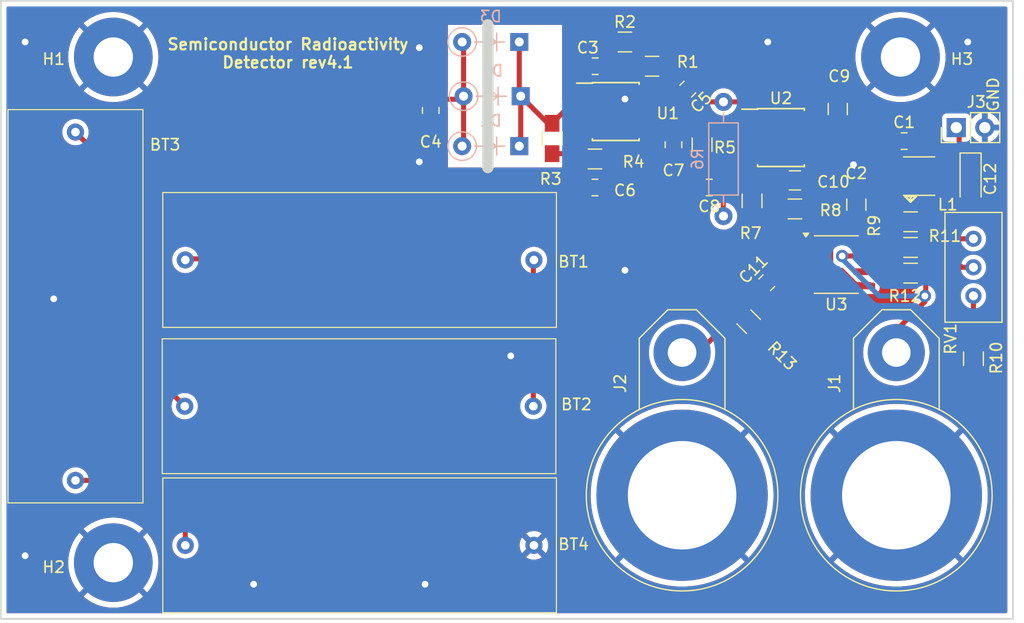
<source format=kicad_pcb>
(kicad_pcb (version 20240108) (generator "pcbnew") (generator_version "8.0")
  (layers (0 "F.Cu" signal) (31 "B.Cu" signal) (34 "B.Paste" user) (35 "F.Paste" user) (36 "B.SilkS" user "B.Silkscreen") (37 "F.SilkS" user "F.Silkscreen") (38 "B.Mask" user) (39 "F.Mask" user) (44 "Edge.Cuts" user))
  (net 0 "")
  (net 1 "GND")
  (net 2 "Net-(BT1--)")
  (net 3 "Net-(BT1-+)")
  (net 4 "Net-(BT2-+)")
  (net 5 "Net-(BT3-+)")
  (net 6 "Net-(U1-+)")
  (net 7 "Net-(C6-Pad2)")
  (net 8 "Net-(C6-Pad1)")
  (net 9 "Net-(C7-Pad1)")
  (net 10 "Net-(U1-V+)")
  (net 11 "Net-(U2-+)")
  (net 12 "Net-(U2--)")
  (net 13 "Net-(J2-In)")
  (net 14 "Net-(D1-K)")
  (net 15 "Net-(J3-Pin_1)")
  (net 16 "Net-(J1-In)")
  (net 23 "Net-(U3A-+)")
  (net 24 "Net-(U3A--)")
  (net 25 "Net-(U3B--)")
  (net 26 "Net-(R9-Pad2)")
  (net 27 "Net-(R10-Pad1)")
  (net 28 "Net-(R11-Pad2)")
  (footprint "Connector_Coaxial:BNC_PanelMountable_Vertical" (layer "F.Cu") (at 214.63 101.3 90)
    (property "Reference" "J1" (at -2.75 -5.5 90) (layer "F.SilkS"))
    (property "Value" "Conn_Coaxial")
    (fp_line (start 1.27 -3.81) (end -5.08 -3.81) (stroke (width 0.12)) (layer "F.SilkS"))
    (fp_line (start 3.81 -1.27) (end 1.27 -3.81) (stroke (width 0.12)) (layer "F.SilkS"))
    (fp_line (start 3.81 1.27) (end 3.81 -1.27) (stroke (width 0.12)) (layer "F.SilkS"))
    (fp_line (start 1.27 3.81) (end 3.81 1.27) (stroke (width 0.12)) (layer "F.SilkS"))
    (fp_line (start -5.08 3.81) (end 1.27 3.81) (stroke (width 0.12)) (layer "F.SilkS"))
    (fp_circle (center -12.7 0) (end -5.08 3.81) (stroke (width 0.12)) (fill none) (layer "F.SilkS"))
    (pad "1" thru_hole circle (at 0 0 90) (size 5.08 5.08) (drill 2.54) (layers "*.Cu" "*.Mask") (net 16 "Net-(J1-In)"))
    (pad "2" thru_hole circle (at -12.7 0 90) (size 15.24 15.24) (drill 9.65) (layers "*.Cu" "*.Mask") (net 1 "GND"))
  )
  (footprint "Capacitor_SMD:C_0805_2012Metric" (layer "F.Cu") (at 196.088 77.851 -135)
    (property "Reference" "C5" (at 0 -1.679999 -135) (layer "F.SilkS"))
    (property "Value" "100n")
    (fp_line (start -0.261253 0.735) (end 0.261253 0.735) (stroke (width 0.12)) (layer "F.SilkS"))
    (fp_line (start -0.261253 -0.735) (end 0.261253 -0.735) (stroke (width 0.12)) (layer "F.SilkS"))
    (pad "1" smd roundrect (at -0.949999 0 225) (size 1 1.45) (layers "F.Cu" "F.Paste" "F.Mask") (net 1 "GND"))
    (pad "2" smd roundrect (at 0.949999 0 225) (size 1 1.45) (layers "F.Cu" "F.Paste" "F.Mask") (net 10 "Net-(U1-V+)"))
  )
  (footprint "Capacitor_SMD:C_0805_2012Metric" (layer "F.Cu") (at 187.833 86.614 180)
    (property "Reference" "C6" (at -2.667 -0.254 180) (layer "F.SilkS"))
    (property "Value" "2p2")
    (fp_line (start -0.261252 0.735) (end 0.261252 0.735) (stroke (width 0.12)) (layer "F.SilkS"))
    (fp_line (start -0.261252 -0.735) (end 0.261252 -0.735) (stroke (width 0.12)) (layer "F.SilkS"))
    (pad "1" smd roundrect (at -0.95 0 180) (size 1 1.45) (layers "F.Cu" "F.Paste" "F.Mask") (net 8 "Net-(C6-Pad1)"))
    (pad "2" smd roundrect (at 0.95 0 180) (size 1 1.45) (layers "F.Cu" "F.Paste" "F.Mask") (net 7 "Net-(C6-Pad2)"))
  )
  (footprint "Capacitor_SMD:C_0805_2012Metric" (layer "F.Cu") (at 194.818 82.804 90)
    (property "Reference" "C7" (at -2.286 0 180) (layer "F.SilkS"))
    (property "Value" "1n")
    (fp_line (start -0.261252 -0.735) (end 0.261252 -0.735) (stroke (width 0.12)) (layer "F.SilkS"))
    (fp_line (start -0.261252 0.735) (end 0.261252 0.735) (stroke (width 0.12)) (layer "F.SilkS"))
    (pad "1" smd roundrect (at -0.95 0 90) (size 1 1.45) (layers "F.Cu" "F.Paste" "F.Mask") (net 9 "Net-(C7-Pad1)"))
    (pad "2" smd roundrect (at 0.95 0 90) (size 1 1.45) (layers "F.Cu" "F.Paste" "F.Mask") (net 8 "Net-(C6-Pad1)"))
  )
  (footprint "Capacitors_SMD:C_0805_HandSoldering" (layer "F.Cu") (at 209.423 79.629 -90)
    (property "Reference" "C9" (at -2.921 -0.127 0) (layer "F.SilkS"))
    (property "Value" "100n")
    (fp_line (start -0.5 0.85) (end 0.5 0.85) (stroke (width 0.12)) (layer "F.SilkS"))
    (fp_line (start 0.5 -0.85) (end -0.5 -0.85) (stroke (width 0.12)) (layer "F.SilkS"))
    (pad "1" smd rect (at -1.25 0 270) (size 1.5 1.25) (layers "F.Cu" "F.Paste" "F.Mask") (net 1 "GND"))
    (pad "2" smd rect (at 1.25 0 270) (size 1.5 1.25) (layers "F.Cu" "F.Paste" "F.Mask") (net 10 "Net-(U1-V+)"))
  )
  (footprint "Capacitor_SMD:C_0805_2012Metric" (layer "F.Cu") (at 203.109751 95.086249 45)
    (property "Reference" "C11" (at 0 -1.679999 45) (layer "F.SilkS"))
    (property "Value" "solder bridge")
    (fp_line (start -0.261253 -0.735) (end 0.261253 -0.735) (stroke (width 0.12)) (layer "F.SilkS"))
    (fp_line (start -0.261253 0.735) (end 0.261253 0.735) (stroke (width 0.12)) (layer "F.SilkS"))
    (pad "1" smd roundrect (at -0.949999 0 45) (size 1 1.45) (layers "F.Cu" "F.Paste" "F.Mask") (net 13 "Net-(J2-In)"))
    (pad "2" smd roundrect (at 0.949999 0 45) (size 1 1.45) (layers "F.Cu" "F.Paste" "F.Mask") (net 24 "Net-(U3A--)"))
  )
  (footprint "Capacitor_Tantalum_SMD:CP_EIA-3216-18_Kemet-A" (layer "F.Cu") (at 221.234 85.852 -90)
    (property "Reference" "C12" (at 0 -1.75 90) (layer "F.SilkS"))
    (property "Value" "1u/16v")
    (fp_line (start -2.31 0.935) (end 1.6 0.935) (stroke (width 0.12)) (layer "F.SilkS"))
    (fp_line (start -2.31 -0.935) (end -2.31 0.935) (stroke (width 0.12)) (layer "F.SilkS"))
    (fp_line (start 1.6 -0.935) (end -2.31 -0.935) (stroke (width 0.12)) (layer "F.SilkS"))
    (pad "1" smd roundrect (at -1.35 0 270) (size 1.4 1.35) (layers "F.Cu" "F.Paste" "F.Mask") (roundrect_rratio 0.185185) (net 15 "Net-(J3-Pin_1)"))
    (pad "2" smd roundrect (at 1.35 0 270) (size 1.4 1.35) (layers "F.Cu" "F.Paste" "F.Mask") (roundrect_rratio 0.185185) (net 1 "GND"))
  )
  (footprint "Resistors_SMD:R_0805_HandSoldering" (layer "F.Cu") (at 190.5 73.66)
    (property "Reference" "R2" (at 0 -1.778 0) (layer "F.SilkS"))
    (property "Value" "10k")
    (fp_line (start -0.6 -0.88) (end 0.6 -0.88) (stroke (width 0.12)) (layer "F.SilkS"))
    (fp_line (start 0.6 0.88) (end -0.6 0.88) (stroke (width 0.12)) (layer "F.SilkS"))
    (pad "1" smd rect (at -1.35 0) (size 1.5 1.3) (layers "F.Cu" "F.Paste" "F.Mask") (net 6 "Net-(U1-+)"))
    (pad "2" smd rect (at 1.35 0) (size 1.5 1.3) (layers "F.Cu" "F.Paste" "F.Mask") (net 1 "GND"))
  )
  (footprint "Resistors_SMD:R_0805_HandSoldering" (layer "F.Cu") (at 184.023 82.249 -90)
    (property "Reference" "R3" (at 3.603 0.127 0) (layer "F.SilkS"))
    (property "Value" "0R")
    (fp_line (start 0.6 0.88) (end -0.6 0.88) (stroke (width 0.12)) (layer "F.SilkS"))
    (fp_line (start -0.6 -0.88) (end 0.6 -0.88) (stroke (width 0.12)) (layer "F.SilkS"))
    (pad "1" smd rect (at -1.35 0 270) (size 1.5 1.3) (layers "F.Cu" "F.Paste" "F.Mask") (net 14 "Net-(D1-K)"))
    (pad "2" smd rect (at 1.35 0 270) (size 1.5 1.3) (layers "F.Cu" "F.Paste" "F.Mask") (net 7 "Net-(C6-Pad2)"))
  )
  (footprint "Resistors_SMD:R_0805_HandSoldering" (layer "F.Cu") (at 187.833 84.074)
    (property "Reference" "R4" (at 3.429 0.254 0) (layer "F.SilkS"))
    (property "Value" "10G")
    (fp_line (start -0.6 -0.88) (end 0.6 -0.88) (stroke (width 0.12)) (layer "F.SilkS"))
    (fp_line (start 0.6 0.88) (end -0.6 0.88) (stroke (width 0.12)) (layer "F.SilkS"))
    (pad "1" smd rect (at -1.35 0) (size 1.5 1.3) (layers "F.Cu" "F.Paste" "F.Mask") (net 7 "Net-(C6-Pad2)"))
    (pad "2" smd rect (at 1.35 0) (size 1.5 1.3) (layers "F.Cu" "F.Paste" "F.Mask") (net 8 "Net-(C6-Pad1)"))
  )
  (footprint "Resistors_SMD:R_0805_HandSoldering" (layer "F.Cu") (at 201.803 87.804 -90)
    (property "Reference" "R7" (at 2.874 0.127 0) (layer "F.SilkS"))
    (property "Value" "10k")
    (fp_line (start 0.6 0.88) (end -0.6 0.88) (stroke (width 0.12)) (layer "F.SilkS"))
    (fp_line (start -0.6 -0.88) (end 0.6 -0.88) (stroke (width 0.12)) (layer "F.SilkS"))
    (pad "1" smd rect (at -1.35 0 270) (size 1.5 1.3) (layers "F.Cu" "F.Paste" "F.Mask") (net 11 "Net-(U2-+)"))
    (pad "2" smd rect (at 1.35 0 270) (size 1.5 1.3) (layers "F.Cu" "F.Paste" "F.Mask") (net 1 "GND"))
  )
  (footprint "Resistors_SMD:R_0805_HandSoldering" (layer "F.Cu") (at 205.613 88.519)
    (property "Reference" "R8" (at 3.175 0.127 180) (layer "F.SilkS"))
    (property "Value" "10M")
    (fp_line (start -0.6 -0.88) (end 0.6 -0.88) (stroke (width 0.12)) (layer "F.SilkS"))
    (fp_line (start 0.6 0.88) (end -0.6 0.88) (stroke (width 0.12)) (layer "F.SilkS"))
    (pad "1" smd rect (at -1.35 0) (size 1.5 1.3) (layers "F.Cu" "F.Paste" "F.Mask") (net 12 "Net-(U2--)"))
    (pad "2" smd rect (at 1.35 0) (size 1.5 1.3) (layers "F.Cu" "F.Paste" "F.Mask") (net 23 "Net-(U3A-+)"))
  )
  (footprint "Resistors_SMD:R_0805_HandSoldering" (layer "F.Cu") (at 215.9 89.662)
    (property "Reference" "R9" (at -3.232892 0.35921 90) (layer "F.SilkS"))
    (property "Value" "10k")
    (fp_line (start -0.6 -0.88) (end 0.6 -0.88) (stroke (width 0.12)) (layer "F.SilkS"))
    (fp_line (start 0.6 0.88) (end -0.6 0.88) (stroke (width 0.12)) (layer "F.SilkS"))
    (pad "1" smd rect (at -1.35 0) (size 1.5 1.3) (layers "F.Cu" "F.Paste" "F.Mask") (net 10 "Net-(U1-V+)"))
    (pad "2" smd rect (at 1.35 0) (size 1.5 1.3) (layers "F.Cu" "F.Paste" "F.Mask") (net 26 "Net-(R9-Pad2)"))
  )
  (footprint "Housings_SOIC:SOIC-8_3.9x4.9mm_Pitch1.27mm" (layer "F.Cu") (at 189.682173 79.850682)
    (property "Reference" "U1" (at 4.627827 0.159318 0) (layer "F.SilkS"))
    (property "Value" "OPA333xxD")
    (fp_line (start -2.075 -2.575) (end -2.075 -2.525) (stroke (width 0.15)) (layer "F.SilkS"))
    (fp_line (start -2.075 -2.575) (end 2.075 -2.575) (stroke (width 0.15)) (layer "F.SilkS"))
    (fp_line (start -2.075 -2.525) (end -3.475 -2.525) (stroke (width 0.15)) (layer "F.SilkS"))
    (fp_line (start -2.075 2.575) (end -2.075 2.43) (stroke (width 0.15)) (layer "F.SilkS"))
    (fp_line (start -2.075 2.575) (end 2.075 2.575) (stroke (width 0.15)) (layer "F.SilkS"))
    (fp_line (start 2.075 -2.575) (end 2.075 -2.43) (stroke (width 0.15)) (layer "F.SilkS"))
    (fp_line (start 2.075 2.575) (end 2.075 2.43) (stroke (width 0.15)) (layer "F.SilkS"))
    (pad "1" smd rect (at -2.7 -1.905) (size 1.55 0.6) (layers "F.Cu" "F.Paste" "F.Mask"))
    (pad "2" smd rect (at -2.7 -0.635) (size 1.55 0.6) (layers "F.Cu" "F.Paste" "F.Mask") (net 14 "Net-(D1-K)"))
    (pad "3" smd rect (at -2.7 0.635) (size 1.55 0.6) (layers "F.Cu" "F.Paste" "F.Mask") (net 6 "Net-(U1-+)"))
    (pad "4" smd rect (at -2.7 1.905) (size 1.55 0.6) (layers "F.Cu" "F.Paste" "F.Mask") (net 1 "GND"))
    (pad "5" smd rect (at 2.7 1.905) (size 1.55 0.6) (layers "F.Cu" "F.Paste" "F.Mask"))
    (pad "6" smd rect (at 2.7 0.635) (size 1.55 0.6) (layers "F.Cu" "F.Paste" "F.Mask") (net 8 "Net-(C6-Pad1)"))
    (pad "7" smd rect (at 2.7 -0.635) (size 1.55 0.6) (layers "F.Cu" "F.Paste" "F.Mask") (net 10 "Net-(U1-V+)"))
    (pad "8" smd rect (at 2.7 -1.905) (size 1.55 0.6) (layers "F.Cu" "F.Paste" "F.Mask"))
  )
  (footprint "Housings_SOIC:SOIC-8_3.9x4.9mm_Pitch1.27mm" (layer "F.Cu") (at 204.376 82.169)
    (property "Reference" "U2" (at 0 -3.5 0) (layer "F.SilkS"))
    (property "Value" "OPA333xxD")
    (fp_line (start -2.075 -2.575) (end -2.075 -2.525) (stroke (width 0.15)) (layer "F.SilkS"))
    (fp_line (start -2.075 -2.575) (end 2.075 -2.575) (stroke (width 0.15)) (layer "F.SilkS"))
    (fp_line (start -2.075 -2.525) (end -3.475 -2.525) (stroke (width 0.15)) (layer "F.SilkS"))
    (fp_line (start -2.075 2.575) (end -2.075 2.43) (stroke (width 0.15)) (layer "F.SilkS"))
    (fp_line (start -2.075 2.575) (end 2.075 2.575) (stroke (width 0.15)) (layer "F.SilkS"))
    (fp_line (start 2.075 -2.575) (end 2.075 -2.43) (stroke (width 0.15)) (layer "F.SilkS"))
    (fp_line (start 2.075 2.575) (end 2.075 2.43) (stroke (width 0.15)) (layer "F.SilkS"))
    (pad "1" smd rect (at -2.7 -1.905) (size 1.55 0.6) (layers "F.Cu" "F.Paste" "F.Mask"))
    (pad "2" smd rect (at -2.7 -0.635) (size 1.55 0.6) (layers "F.Cu" "F.Paste" "F.Mask") (net 12 "Net-(U2--)"))
    (pad "3" smd rect (at -2.7 0.635) (size 1.55 0.6) (layers "F.Cu" "F.Paste" "F.Mask") (net 11 "Net-(U2-+)"))
    (pad "4" smd rect (at -2.7 1.905) (size 1.55 0.6) (layers "F.Cu" "F.Paste" "F.Mask") (net 1 "GND"))
    (pad "5" smd rect (at 2.7 1.905) (size 1.55 0.6) (layers "F.Cu" "F.Paste" "F.Mask"))
    (pad "6" smd rect (at 2.7 0.635) (size 1.55 0.6) (layers "F.Cu" "F.Paste" "F.Mask") (net 23 "Net-(U3A-+)"))
    (pad "7" smd rect (at 2.7 -0.635) (size 1.55 0.6) (layers "F.Cu" "F.Paste" "F.Mask") (net 10 "Net-(U1-V+)"))
    (pad "8" smd rect (at 2.7 -1.905) (size 1.55 0.6) (layers "F.Cu" "F.Paste" "F.Mask"))
  )
  (footprint "Capacitor_SMD:C_0805_2012Metric" (layer "F.Cu") (at 173.228 79.756 90)
    (property "Reference" "C4" (at -2.794 0 180) (layer "F.SilkS"))
    (property "Value" "100n")
    (fp_line (start -0.261252 -0.735) (end 0.261252 -0.735) (stroke (width 0.12)) (layer "F.SilkS"))
    (fp_line (start -0.261252 0.735) (end 0.261252 0.735) (stroke (width 0.12)) (layer "F.SilkS"))
    (pad "1" smd roundrect (at -0.95 0 90) (size 1 1.45) (layers "F.Cu" "F.Paste" "F.Mask") (net 1 "GND"))
    (pad "2" smd roundrect (at 0.95 0 90) (size 1 1.45) (layers "F.Cu" "F.Paste" "F.Mask") (net 2 "Net-(BT1--)"))
  )
  (footprint "SemiconductorRadioactivityDetector:A23Single" (layer "F.Cu") (at 184.404 99.06 180)
    (property "Reference" "BT1" (at -1.524 5.842 180) (layer "F.SilkS"))
    (property "Value" "12V")
    (fp_line (start 35 0) (end 35 12) (stroke (width 0.1)) (layer "F.SilkS"))
    (fp_line (start 0 12) (end 35 12) (stroke (width 0.1)) (layer "F.SilkS"))
    (fp_line (start 0 0) (end 35 0) (stroke (width 0.1)) (layer "F.SilkS"))
    (fp_line (start 0 0) (end 0 12) (stroke (width 0.1)) (layer "F.SilkS"))
    (pad "1" thru_hole circle (at 2 6 180) (size 1.524 1.524) (drill 0.762) (layers "*.Cu" "*.Mask") (net 3 "Net-(BT1-+)"))
    (pad "2" thru_hole circle (at 33 6 180) (size 1.524 1.524) (drill 0.762) (layers "*.Cu" "*.Mask") (net 2 "Net-(BT1--)"))
  )
  (footprint "SemiconductorRadioactivityDetector:A23Single" (layer "F.Cu") (at 149.352 100.076)
    (property "Reference" "BT2" (at 36.83 5.842 0) (layer "F.SilkS"))
    (property "Value" "12V")
    (fp_line (start 0 0) (end 0 12) (stroke (width 0.1)) (layer "F.SilkS"))
    (fp_line (start 0 0) (end 35 0) (stroke (width 0.1)) (layer "F.SilkS"))
    (fp_line (start 0 12) (end 35 12) (stroke (width 0.1)) (layer "F.SilkS"))
    (fp_line (start 35 0) (end 35 12) (stroke (width 0.1)) (layer "F.SilkS"))
    (pad "1" thru_hole circle (at 2 6) (size 1.524 1.524) (drill 0.762) (layers "*.Cu" "*.Mask") (net 4 "Net-(BT2-+)"))
    (pad "2" thru_hole circle (at 33 6) (size 1.524 1.524) (drill 0.762) (layers "*.Cu" "*.Mask") (net 3 "Net-(BT1-+)"))
  )
  (footprint "SemiconductorRadioactivityDetector:A23Single" (layer "F.Cu") (at 184.404 124.46 180)
    (property "Reference" "BT4" (at -1.524 6.096 180) (layer "F.SilkS"))
    (property "Value" "12V")
    (fp_line (start 35 0) (end 35 12) (stroke (width 0.1)) (layer "F.SilkS"))
    (fp_line (start 0 12) (end 35 12) (stroke (width 0.1)) (layer "F.SilkS"))
    (fp_line (start 0 0) (end 35 0) (stroke (width 0.1)) (layer "F.SilkS"))
    (fp_line (start 0 0) (end 0 12) (stroke (width 0.1)) (layer "F.SilkS"))
    (pad "1" thru_hole circle (at 2 6 180) (size 1.524 1.524) (drill 0.762) (layers "*.Cu" "*.Mask") (net 1 "GND"))
    (pad "2" thru_hole circle (at 33 6 180) (size 1.524 1.524) (drill 0.762) (layers "*.Cu" "*.Mask") (net 5 "Net-(BT3-+)"))
  )
  (footprint "Mounting_Holes:MountingHole_3.5mm_Pad" (layer "F.Cu") (at 145 75)
    (property "Reference" "H1" (at -5.3 0.184 0) (layer "F.SilkS"))
    (property "Value" "MountingHole_Pad")
    (pad "1" thru_hole circle (at 0 0) (size 7 7) (drill 3.5) (layers "*.Cu" "*.Mask") (net 1 "GND"))
  )
  (footprint "Mounting_Holes:MountingHole_3.5mm_Pad" (layer "F.Cu") (at 145 120)
    (property "Reference" "H2" (at -5.3 0.396 0) (layer "F.SilkS"))
    (property "Value" "MountingHole_Pad")
    (pad "1" thru_hole circle (at 0 0) (size 7 7) (drill 3.5) (layers "*.Cu" "*.Mask") (net 1 "GND"))
  )
  (footprint "Mounting_Holes:MountingHole_3.5mm_Pad" (layer "F.Cu") (at 215 75)
    (property "Reference" "H3" (at 5.472 0.184 0) (layer "F.SilkS"))
    (property "Value" "MountingHole_Pad")
    (pad "1" thru_hole circle (at 0 0) (size 7 7) (drill 3.5) (layers "*.Cu" "*.Mask") (net 1 "GND"))
  )
  (footprint "Capacitor_SMD:C_0805_2012Metric" (layer "F.Cu") (at 215.326 82.484)
    (property "Reference" "C1" (at 0 -1.68 0) (layer "F.SilkS"))
    (property "Value" "100n")
    (fp_line (start -0.261252 -0.735) (end 0.261252 -0.735) (stroke (width 0.12)) (layer "F.SilkS"))
    (fp_line (start -0.261252 0.735) (end 0.261252 0.735) (stroke (width 0.12)) (layer "F.SilkS"))
    (pad "1" smd roundrect (at -0.95 0) (size 1 1.45) (layers "F.Cu" "F.Paste" "F.Mask") (net 10 "Net-(U1-V+)"))
    (pad "2" smd roundrect (at 0.95 0) (size 1 1.45) (layers "F.Cu" "F.Paste" "F.Mask") (net 1 "GND"))
  )
  (footprint "Capacitors_SMD:C_0805_HandSoldering" (layer "F.Cu") (at 205.613 85.979 180)
    (property "Reference" "C10" (at -3.429 -0.127 0) (layer "F.SilkS"))
    (property "Value" "4p7+2p2")
    (fp_line (start 0.5 -0.85) (end -0.5 -0.85) (stroke (width 0.12)) (layer "F.SilkS"))
    (fp_line (start -0.5 0.85) (end 0.5 0.85) (stroke (width 0.12)) (layer "F.SilkS"))
    (pad "1" smd rect (at -1.25 0 180) (size 1.5 1.25) (layers "F.Cu" "F.Paste" "F.Mask") (net 23 "Net-(U3A-+)"))
    (pad "2" smd rect (at 1.25 0 180) (size 1.5 1.25) (layers "F.Cu" "F.Paste" "F.Mask") (net 12 "Net-(U2--)"))
  )
  (footprint "Resistors_SMD:R_0805_HandSoldering" (layer "F.Cu") (at 192.913 75.819 180)
    (property "Reference" "R1" (at -3.175 0.381 180) (layer "F.SilkS"))
    (property "Value" "10k")
    (fp_line (start 0.6 0.88) (end -0.6 0.88) (stroke (width 0.12)) (layer "F.SilkS"))
    (fp_line (start -0.6 -0.88) (end 0.6 -0.88) (stroke (width 0.12)) (layer "F.SilkS"))
    (pad "1" smd rect (at -1.35 0 180) (size 1.5 1.3) (layers "F.Cu" "F.Paste" "F.Mask") (net 10 "Net-(U1-V+)"))
    (pad "2" smd rect (at 1.35 0 180) (size 1.5 1.3) (layers "F.Cu" "F.Paste" "F.Mask") (net 6 "Net-(U1-+)"))
  )
  (footprint "Resistors_SMD:R_0805_HandSoldering" (layer "F.Cu") (at 197.358 82.804 90)
    (property "Reference" "R5" (at -0.254 2.032 180) (layer "F.SilkS"))
    (property "Value" "10k")
    (fp_line (start -0.6 -0.88) (end 0.6 -0.88) (stroke (width 0.12)) (layer "F.SilkS"))
    (fp_line (start 0.6 0.88) (end -0.6 0.88) (stroke (width 0.12)) (layer "F.SilkS"))
    (pad "1" smd rect (at -1.35 0 90) (size 1.5 1.3) (layers "F.Cu" "F.Paste" "F.Mask") (net 9 "Net-(C7-Pad1)"))
    (pad "2" smd rect (at 1.35 0 90) (size 1.5 1.3) (layers "F.Cu" "F.Paste" "F.Mask") (net 12 "Net-(U2--)"))
  )
  (footprint "Capacitor_SMD:C_0805_2012Metric" (layer "F.Cu") (at 197.993 86.614 180)
    (property "Reference" "C8" (at 0 -1.68 180) (layer "F.SilkS"))
    (property "Value" "100n")
    (fp_line (start -0.261252 0.735) (end 0.261252 0.735) (stroke (width 0.12)) (layer "F.SilkS"))
    (fp_line (start -0.261252 -0.735) (end 0.261252 -0.735) (stroke (width 0.12)) (layer "F.SilkS"))
    (pad "1" smd roundrect (at -0.95 0 180) (size 1 1.45) (layers "F.Cu" "F.Paste" "F.Mask") (net 11 "Net-(U2-+)"))
    (pad "2" smd roundrect (at 0.95 0 180) (size 1 1.45) (layers "F.Cu" "F.Paste" "F.Mask") (net 1 "GND"))
  )
  (footprint "Capacitors_SMD:C_0805_HandSoldering" (layer "F.Cu") (at 211.074 88.138 90)
    (property "Reference" "C2" (at 2.794 0 180) (layer "F.SilkS"))
    (property "Value" "100n")
    (fp_line (start 0.5 -0.85) (end -0.5 -0.85) (stroke (width 0.12)) (layer "F.SilkS"))
    (fp_line (start -0.5 0.85) (end 0.5 0.85) (stroke (width 0.12)) (layer "F.SilkS"))
    (pad "1" smd rect (at -1.25 0 90) (size 1.5 1.25) (layers "F.Cu" "F.Paste" "F.Mask") (net 10 "Net-(U1-V+)"))
    (pad "2" smd rect (at 1.25 0 90) (size 1.5 1.25) (layers "F.Cu" "F.Paste" "F.Mask") (net 1 "GND"))
  )
  (footprint "Resistors_SMD:R_0805_HandSoldering" (layer "F.Cu") (at 221.488 101.854 -90)
    (property "Reference" "R10" (at -0.08 -2.032 90) (layer "F.SilkS"))
    (property "Value" "10k")
    (fp_line (start 0.6 0.88) (end -0.6 0.88) (stroke (width 0.12)) (layer "F.SilkS"))
    (fp_line (start -0.6 -0.88) (end 0.6 -0.88) (stroke (width 0.12)) (layer "F.SilkS"))
    (pad "1" smd rect (at -1.35 0 270) (size 1.5 1.3) (layers "F.Cu" "F.Paste" "F.Mask") (net 27 "Net-(R10-Pad1)"))
    (pad "2" smd rect (at 1.35 0 270) (size 1.5 1.3) (layers "F.Cu" "F.Paste" "F.Mask") (net 1 "GND"))
  )
  (footprint "Resistors_SMD:R_0805_HandSoldering" (layer "F.Cu") (at 215.9 91.948)
    (property "Reference" "R11" (at 3.048 -1.016 0) (layer "F.SilkS"))
    (property "Value" "10k")
    (fp_line (start -0.6 -0.88) (end 0.6 -0.88) (stroke (width 0.12)) (layer "F.SilkS"))
    (fp_line (start 0.6 0.88) (end -0.6 0.88) (stroke (width 0.12)) (layer "F.SilkS"))
    (pad "1" smd rect (at -1.35 0) (size 1.5 1.3) (layers "F.Cu" "F.Paste" "F.Mask") (net 25 "Net-(U3B--)"))
    (pad "2" smd rect (at 1.35 0) (size 1.5 1.3) (layers "F.Cu" "F.Paste" "F.Mask") (net 28 "Net-(R11-Pad2)"))
  )
  (footprint "Resistors_SMD:R_0805_HandSoldering" (layer "F.Cu") (at 215.9 94.234 180)
    (property "Reference" "R12" (at 0.508 -2.032 0) (layer "F.SilkS"))
    (property "Value" "not mounted")
    (fp_line (start 0.6 0.88) (end -0.6 0.88) (stroke (width 0.12)) (layer "F.SilkS"))
    (fp_line (start -0.6 -0.88) (end 0.6 -0.88) (stroke (width 0.12)) (layer "F.SilkS"))
    (pad "1" smd rect (at -1.35 0 180) (size 1.5 1.3) (layers "F.Cu" "F.Paste" "F.Mask") (net 16 "Net-(J1-In)"))
    (pad "2" smd rect (at 1.35 0 180) (size 1.5 1.3) (layers "F.Cu" "F.Paste" "F.Mask") (net 25 "Net-(U3B--)"))
  )
  (footprint "Resistors_SMD:R_0805_HandSoldering" (layer "F.Cu") (at 201.502 98.552 -45)
    (property "Reference" "R13" (at 4.253954 0.056569 135) (layer "F.SilkS"))
    (property "Value" "not mounted")
    (fp_line (start 0.6 0.88) (end -0.6 0.88) (stroke (width 0.12)) (layer "F.SilkS"))
    (fp_line (start -0.6 -0.88) (end 0.6 -0.88) (stroke (width 0.12)) (layer "F.SilkS"))
    (pad "1" smd rect (at -1.35 0 315) (size 1.5 1.3) (layers "F.Cu" "F.Paste" "F.Mask") (net 13 "Net-(J2-In)"))
    (pad "2" smd rect (at 1.35 0 315) (size 1.5 1.3) (layers "F.Cu" "F.Paste" "F.Mask") (net 1 "GND"))
  )
  (footprint "Connector_Coaxial:BNC_PanelMountable_Vertical" (layer "F.Cu") (at 195.58 101.3 90)
    (property "Reference" "J2" (at -2.75 -5.5 90) (layer "F.SilkS"))
    (property "Value" "Conn_Coaxial")
    (fp_line (start 1.27 -3.81) (end -5.08 -3.81) (stroke (width 0.12)) (layer "F.SilkS"))
    (fp_line (start 3.81 -1.27) (end 1.27 -3.81) (stroke (width 0.12)) (layer "F.SilkS"))
    (fp_line (start 3.81 1.27) (end 3.81 -1.27) (stroke (width 0.12)) (layer "F.SilkS"))
    (fp_line (start 1.27 3.81) (end 3.81 1.27) (stroke (width 0.12)) (layer "F.SilkS"))
    (fp_line (start -5.08 3.81) (end 1.27 3.81) (stroke (width 0.12)) (layer "F.SilkS"))
    (fp_circle (center -12.7 0) (end -5.08 3.81) (stroke (width 0.12)) (fill none) (layer "F.SilkS"))
    (pad "1" thru_hole circle (at 0 0 90) (size 5.08 5.08) (drill 2.54) (layers "*.Cu" "*.Mask") (net 13 "Net-(J2-In)"))
    (pad "2" thru_hole circle (at -12.7 0 90) (size 15.24 15.24) (drill 9.65) (layers "*.Cu" "*.Mask") (net 1 "GND"))
  )
  (footprint "Connector_PinHeader_2.54mm:PinHeader_1x02_P2.54mm_Vertical" (layer "F.Cu") (at 219.959 81.28 90)
    (property "Reference" "J3" (at 2.286 1.783 180) (layer "F.SilkS"))
    (property "Value" "Conn_01x02_Pin")
    (fp_line (start -1.33 -1.33) (end 0 -1.33) (stroke (width 0.12)) (layer "F.SilkS"))
    (fp_line (start -1.33 0) (end -1.33 -1.33) (stroke (width 0.12)) (layer "F.SilkS"))
    (fp_line (start 1.33 1.27) (end 1.33 3.87) (stroke (width 0.12)) (layer "F.SilkS"))
    (fp_line (start -1.33 1.27) (end 1.33 1.27) (stroke (width 0.12)) (layer "F.SilkS"))
    (fp_line (start -1.33 1.27) (end -1.33 3.87) (stroke (width 0.12)) (layer "F.SilkS"))
    (fp_line (start -1.33 3.87) (end 1.33 3.87) (stroke (width 0.12)) (layer "F.SilkS"))
    (pad "1" thru_hole rect (at 0 0 90) (size 1.7 1.7) (drill 1) (layers "*.Cu" "*.Mask") (net 15 "Net-(J3-Pin_1)"))
    (pad "2" thru_hole oval (at 0 2.54 90) (size 1.7 1.7) (drill 1) (layers "*.Cu" "*.Mask") (net 1 "GND"))
  )
  (footprint "SemiconductorRadioactivityDetector:A23Single" (layer "F.Cu") (at 135.636 114.681 90)
    (property "Reference" "BT3" (at 31.877 13.97 180) (layer "F.SilkS"))
    (property "Value" "12V")
    (fp_line (start 35 0) (end 35 12) (stroke (width 0.1)) (layer "F.SilkS"))
    (fp_line (start 0 0) (end 35 0) (stroke (width 0.1)) (layer "F.SilkS"))
    (fp_line (start 0 0) (end 0 12) (stroke (width 0.1)) (layer "F.SilkS"))
    (fp_line (start 0 12) (end 35 12) (stroke (width 0.1)) (layer "F.SilkS"))
    (pad "1" thru_hole circle (at 2 6 90) (size 1.524 1.524) (drill 0.762) (layers "*.Cu" "*.Mask") (net 5 "Net-(BT3-+)"))
    (pad "2" thru_hole circle (at 33 6 90) (size 1.524 1.524) (drill 0.762) (layers "*.Cu" "*.Mask") (net 4 "Net-(BT2-+)"))
  )
  (footprint "Capacitor_SMD:C_0805_2012Metric" (layer "F.Cu") (at 187.853 75.819 180)
    (property "Reference" "C3" (at 0.655 1.651 180) (layer "F.SilkS"))
    (property "Value" "100n")
    (fp_line (start -0.261252 0.735) (end 0.261252 0.735) (stroke (width 0.12)) (layer "F.SilkS"))
    (fp_line (start -0.261252 -0.735) (end 0.261252 -0.735) (stroke (width 0.12)) (layer "F.SilkS"))
    (pad "1" smd roundrect (at -0.95 0 180) (size 1 1.45) (layers "F.Cu" "F.Paste" "F.Mask") (net 6 "Net-(U1-+)"))
    (pad "2" smd roundrect (at 0.95 0 180) (size 1 1.45) (layers "F.Cu" "F.Paste" "F.Mask") (net 1 "GND"))
  )
  (footprint "Potentiometer_THT:Potentiometer_Bourns_3296W_Vertical" (layer "F.Cu") (at 221.488 91.176 90)
    (property "Reference" "RV1" (at -8.9 -2.032 90) (layer "F.SilkS"))
    (property "Value" "R_Potentiometer_Trim")
    (fp_line (start 2.345 -2.53) (end 2.345 2.54) (stroke (width 0.12)) (layer "F.SilkS"))
    (fp_line (start -7.425 -2.53) (end 2.345 -2.53) (stroke (width 0.12)) (layer "F.SilkS"))
    (fp_line (start -7.425 -2.53) (end -7.425 2.54) (stroke (width 0.12)) (layer "F.SilkS"))
    (fp_line (start -7.425 2.54) (end 2.345 2.54) (stroke (width 0.12)) (layer "F.SilkS"))
    (pad "1" thru_hole circle (at 0 0 90) (size 1.44 1.44) (drill 0.8) (layers "*.Cu" "*.Mask") (net 26 "Net-(R9-Pad2)"))
    (pad "2" thru_hole circle (at -2.54 0 90) (size 1.44 1.44) (drill 0.8) (layers "*.Cu" "*.Mask") (net 28 "Net-(R11-Pad2)"))
    (pad "3" thru_hole circle (at -5.08 0 90) (size 1.44 1.44) (drill 0.8) (layers "*.Cu" "*.Mask") (net 27 "Net-(R10-Pad1)"))
  )
  (footprint "Package_SO:SOIC-8_3.9x4.9mm_P1.27mm" (layer "F.Cu") (at 209.296 93.472)
    (property "Reference" "U3" (at 0 3.556 0) (layer "F.SilkS"))
    (property "Value" "LM358")
    (fp_line (start 0 -2.56) (end -1.95 -2.56) (stroke (width 0.12)) (layer "F.SilkS"))
    (fp_line (start 0 -2.56) (end 1.95 -2.56) (stroke (width 0.12)) (layer "F.SilkS"))
    (fp_line (start 0 2.56) (end -1.95 2.56) (stroke (width 0.12)) (layer "F.SilkS"))
    (fp_line (start 0 2.56) (end 1.95 2.56) (stroke (width 0.12)) (layer "F.SilkS"))
    (fp_poly (pts (xy -2.7 -2.465) (xy -2.94 -2.795) (xy -2.46 -2.795) (xy -2.7 -2.465)) (stroke (width 0.12)) (fill solid) (layer "F.SilkS"))
    (pad "1" smd roundrect (at -2.475 -1.905) (size 1.95 0.6) (layers "F.Cu" "F.Paste" "F.Mask") (net 24 "Net-(U3A--)"))
    (pad "2" smd roundrect (at -2.475 -0.635) (size 1.95 0.6) (layers "F.Cu" "F.Paste" "F.Mask") (net 24 "Net-(U3A--)"))
    (pad "3" smd roundrect (at -2.475 0.635) (size 1.95 0.6) (layers "F.Cu" "F.Paste" "F.Mask") (net 23 "Net-(U3A-+)"))
    (pad "4" smd roundrect (at -2.475 1.905) (size 1.95 0.6) (layers "F.Cu" "F.Paste" "F.Mask") (net 1 "GND"))
    (pad "5" smd roundrect (at 2.475 1.905) (size 1.95 0.6) (layers "F.Cu" "F.Paste" "F.Mask") (net 23 "Net-(U3A-+)"))
    (pad "6" smd roundrect (at 2.475 0.635) (size 1.95 0.6) (layers "F.Cu" "F.Paste" "F.Mask") (net 25 "Net-(U3B--)"))
    (pad "7" smd roundrect (at 2.475 -0.635) (size 1.95 0.6) (layers "F.Cu" "F.Paste" "F.Mask") (net 16 "Net-(J1-In)"))
    (pad "8" smd roundrect (at 2.475 -1.905) (size 1.95 0.6) (layers "F.Cu" "F.Paste" "F.Mask") (net 10 "Net-(U1-V+)"))
  )
  (footprint "Inductor_SMD:L_1812_4532Metric" (layer "F.Cu") (at 216.662 85.598 180)
    (property "Reference" "L1" (at -2.54 -2.54 0) (layer "F.SilkS"))
    (property "Value" "u68")
    (fp_line (start -1.386252 1.71) (end 1.386252 1.71) (stroke (width 0.12)) (layer "F.SilkS"))
    (fp_line (start -1.386252 -1.71) (end 1.386252 -1.71) (stroke (width 0.12)) (layer "F.SilkS"))
    (pad "1" smd roundrect (at -2.1375 0 180) (size 1.125 3.4) (layers "F.Cu" "F.Paste" "F.Mask") (roundrect_rratio 0.222222) (net 15 "Net-(J3-Pin_1)"))
    (pad "2" smd roundrect (at 2.1375 0 180) (size 1.125 3.4) (layers "F.Cu" "F.Paste" "F.Mask") (roundrect_rratio 0.222222) (net 10 "Net-(U1-V+)"))
  )
  (footprint "Diodes_THT:D_DO-35_SOD27_P5.08mm_Vertical_KathodeUp" (layer "B.Cu") (at 181.102 82.931 180)
    (property "Reference" "D1" (at 2.54 2.266371 180) (layer "B.SilkS") (effects (justify mirror)))
    (property "Value" "BPW34")
    (fp_line (start 3.073333 0.8) (end 3.073333 -0.8) (stroke (width 0.12)) (layer "B.SilkS"))
    (fp_line (start 3.073333 -0.8) (end 2.006667 0) (stroke (width 0.12)) (layer "B.SilkS"))
    (fp_line (start 2.006667 0.8) (end 2.006667 -0.8) (stroke (width 0.12)) (layer "B.SilkS"))
    (fp_line (start 2.006667 0) (end 3.073333 0.8) (stroke (width 0.12)) (layer "B.SilkS"))
    (fp_line (start 1.266371 0) (end 3.98 0) (stroke (width 0.12)) (layer "B.SilkS"))
    (fp_circle (center 5.08 0) (end 6.346371 0) (stroke (width 0.12)) (fill none) (layer "B.SilkS"))
    (pad "1" thru_hole rect (at 0 0 180) (size 1.6 1.6) (drill 0.8) (layers "*.Cu" "*.Mask") (net 14 "Net-(D1-K)"))
    (pad "2" thru_hole oval (at 5.08 0 180) (size 1.6 1.6) (drill 0.8) (layers "*.Cu" "*.Mask") (net 2 "Net-(BT1--)"))
  )
  (footprint "Diodes_THT:D_DO-35_SOD27_P5.08mm_Vertical_KathodeUp" (layer "B.Cu") (at 181.229 78.486 180)
    (property "Reference" "D2" (at 2.54 2.266371 180) (layer "B.SilkS") (effects (justify mirror)))
    (property "Value" "BPW34")
    (fp_line (start 3.073333 0.8) (end 3.073333 -0.8) (stroke (width 0.12)) (layer "B.SilkS"))
    (fp_line (start 3.073333 -0.8) (end 2.006667 0) (stroke (width 0.12)) (layer "B.SilkS"))
    (fp_line (start 2.006667 0.8) (end 2.006667 -0.8) (stroke (width 0.12)) (layer "B.SilkS"))
    (fp_line (start 2.006667 0) (end 3.073333 0.8) (stroke (width 0.12)) (layer "B.SilkS"))
    (fp_line (start 1.266371 0) (end 3.98 0) (stroke (width 0.12)) (layer "B.SilkS"))
    (fp_circle (center 5.08 0) (end 6.346371 0) (stroke (width 0.12)) (fill none) (layer "B.SilkS"))
    (pad "1" thru_hole rect (at 0 0 180) (size 1.6 1.6) (drill 0.8) (layers "*.Cu" "*.Mask") (net 14 "Net-(D1-K)"))
    (pad "2" thru_hole oval (at 5.08 0 180) (size 1.6 1.6) (drill 0.8) (layers "*.Cu" "*.Mask") (net 2 "Net-(BT1--)"))
  )
  (footprint "Diodes_THT:D_DO-35_SOD27_P5.08mm_Vertical_KathodeUp" (layer "B.Cu") (at 181.102 73.66 180)
    (property "Reference" "D3" (at 2.54 2.266371 180) (layer "B.SilkS") (effects (justify mirror)))
    (property "Value" "BPW34")
    (fp_line (start 3.073333 0.8) (end 3.073333 -0.8) (stroke (width 0.12)) (layer "B.SilkS"))
    (fp_line (start 3.073333 -0.8) (end 2.006667 0) (stroke (width 0.12)) (layer "B.SilkS"))
    (fp_line (start 2.006667 0.8) (end 2.006667 -0.8) (stroke (width 0.12)) (layer "B.SilkS"))
    (fp_line (start 2.006667 0) (end 3.073333 0.8) (stroke (width 0.12)) (layer "B.SilkS"))
    (fp_line (start 1.266371 0) (end 3.98 0) (stroke (width 0.12)) (layer "B.SilkS"))
    (fp_circle (center 5.08 0) (end 6.346371 0) (stroke (width 0.12)) (fill none) (layer "B.SilkS"))
    (pad "1" thru_hole rect (at 0 0 180) (size 1.6 1.6) (drill 0.8) (layers "*.Cu" "*.Mask") (net 14 "Net-(D1-K)"))
    (pad "2" thru_hole oval (at 5.08 0 180) (size 1.6 1.6) (drill 0.8) (layers "*.Cu" "*.Mask") (net 2 "Net-(BT1--)"))
  )
  (footprint "Resistors_THT:R_Axial_DIN0207_L6.3mm_D2.5mm_P10.16mm_Horizontal" (layer "B.Cu") (at 199.263 78.994 -90)
    (property "Reference" "R6" (at 5.08 2.31 -90) (layer "B.SilkS") (effects (justify mirror)))
    (property "Value" "10k")
    (fp_line (start 1.87 1.31) (end 1.87 -1.31) (stroke (width 0.12)) (layer "B.SilkS"))
    (fp_line (start 8.29 1.31) (end 1.87 1.31) (stroke (width 0.12)) (layer "B.SilkS"))
    (fp_line (start 0.98 0) (end 1.87 0) (stroke (width 0.12)) (layer "B.SilkS"))
    (fp_line (start 9.18 0) (end 8.29 0) (stroke (width 0.12)) (layer "B.SilkS"))
    (fp_line (start 1.87 -1.31) (end 8.29 -1.31) (stroke (width 0.12)) (layer "B.SilkS"))
    (fp_line (start 8.29 -1.31) (end 8.29 1.31) (stroke (width 0.12)) (layer "B.SilkS"))
    (pad "1" thru_hole circle (at 0 0 270) (size 1.6 1.6) (drill 0.8) (layers "*.Cu" "*.Mask") (net 10 "Net-(U1-V+)"))
    (pad "2" thru_hole oval (at 10.16 0 270) (size 1.6 1.6) (drill 0.8) (layers "*.Cu" "*.Mask") (net 11 "Net-(U2-+)"))
  )
  (gr_line (start 216.408 87.376) (end 215.9 87.884) (stroke (width 0.2)) (layer "F.SilkS"))
  (gr_line (start 215.392 87.376) (end 216.408 87.376) (stroke (width 0.2)) (layer "F.SilkS"))
  (gr_line (start 215.9 87.376) (end 215.9 87.884) (stroke (width 0.2)) (layer "F.SilkS"))
  (gr_line (start 215.9 87.884) (end 215.392 87.376) (stroke (width 0.2)) (layer "F.SilkS"))
  (gr_line (start 135 70) (end 135 125) (stroke (width 0.15)) (layer "Edge.Cuts"))
  (gr_line (start 225 125) (end 135 125) (stroke (width 0.15)) (layer "Edge.Cuts"))
  (gr_line (start 178.308 84.836) (end 178.308 72.136) (stroke (width 1)) (layer "Edge.Cuts"))
  (gr_line (start 225 115) (end 225 125) (stroke (width 0.15)) (layer "Edge.Cuts"))
  (gr_line (start 225 85) (end 225 95) (stroke (width 0.15)) (layer "Edge.Cuts"))
  (gr_line (start 225 95) (end 225 105) (stroke (width 0.15)) (layer "Edge.Cuts"))
  (gr_line (start 225 85) (end 225 70) (stroke (width 0.15)) (layer "Edge.Cuts"))
  (gr_line (start 225 70) (end 135 70) (stroke (width 0.15)) (layer "Edge.Cuts"))
  (gr_line (start 225 105) (end 225 115) (stroke (width 0.15)) (layer "Edge.Cuts"))
  (gr_text "Semiconductor Radioactivity\nDetector rev4.1" (at 160.528 74.676 0) (layer "F.SilkS") (effects (font (size 1 1) (thickness 0.2))))
  (gr_text "GND" (at 223.829 79.95 90) (layer "F.SilkS") (effects (font (size 1 1)) (justify left bottom)))
  (via (at 190.5 93.98) (size 1) (drill 0.6) (layers "F.Cu" "B.Cu") (net 1))
  (via (at 172.72 121.92) (size 1) (drill 0.6) (layers "F.Cu" "B.Cu") (net 1))
  (via (at 172.212 74.168) (size 1) (drill 0.6) (layers "F.Cu" "B.Cu") (net 1))
  (via (at 139.7 96.52) (size 1) (drill 0.6) (layers "F.Cu" "B.Cu") (net 1))
  (via (at 137.16 119.38) (size 1) (drill 0.6) (layers "F.Cu" "B.Cu") (net 1))
  (via (at 220.98 73.66) (size 1) (drill 0.6) (layers "F.Cu" "B.Cu") (net 1))
  (via (at 190.5 78.74) (size 1) (drill 0.6) (layers "F.Cu" "B.Cu") (net 1))
  (via (at 203.2 73.66) (size 1) (drill 0.6) (layers "F.Cu" "B.Cu") (net 1))
  (via (at 180.34 101.6) (size 1) (drill 0.6) (layers "F.Cu" "B.Cu") (net 1))
  (via (at 172.212 84.328) (size 1) (drill 0.6) (layers "F.Cu" "B.Cu") (net 1))
  (via (at 157.48 121.92) (size 1) (drill 0.6) (layers "F.Cu" "B.Cu") (net 1))
  (via (at 210.82 84.582) (size 1) (drill 0.6) (layers "F.Cu" "B.Cu") (net 1))
  (via (at 137.16 73.66) (size 1) (drill 0.6) (layers "F.Cu" "B.Cu") (net 1))
  (segment (start 176.149 82.804) (end 176.022 82.931) (width 0.45) (layer "F.Cu") (net 2))
  (segment (start 175.875 78.76) (end 176.149 78.486) (width 0.45) (layer "F.Cu") (net 2))
  (segment (start 176.149 73.787) (end 176.022 73.66) (width 0.45) (layer "F.Cu") (net 2))
  (segment (start 176.149 78.486) (end 176.149 82.804) (width 0.45) (layer "F.Cu") (net 2))
  (segment (start 151.404 93.06) (end 151.5 92.964) (width 0.45) (layer "F.Cu") (net 2))
  (segment (start 156.464 92.964) (end 170.668 78.76) (width 0.45) (layer "F.Cu") (net 2))
  (segment (start 170.668 78.76) (end 175.875 78.76) (width 0.45) (layer "F.Cu") (net 2))
  (segment (start 151.5 92.964) (end 156.464 92.964) (width 0.45) (layer "F.Cu") (net 2))
  (segment (start 176.149 78.486) (end 176.149 73.787) (width 0.45) (layer "F.Cu") (net 2))
  (segment (start 182.352 93.112) (end 182.404 93.06) (width 0.45) (layer "F.Cu") (net 3))
  (segment (start 182.352 106.076) (end 182.352 93.112) (width 0.45) (layer "F.Cu") (net 3))
  (segment (start 141.636 81.681) (end 141.636 81.692) (width 0.45) (layer "F.Cu") (net 4))
  (segment (start 145.288 100.012) (end 151.352 106.076) (width 0.45) (layer "F.Cu") (net 4))
  (segment (start 145.288 85.344) (end 145.288 100.012) (width 0.45) (layer "F.Cu") (net 4))
  (segment (start 141.636 81.692) (end 145.288 85.344) (width 0.45) (layer "F.Cu") (net 4))
  (segment (start 151.404 116.352) (end 151.404 118.46) (width 0.45) (layer "F.Cu") (net 5))
  (segment (start 147.733 112.681) (end 141.636 112.681) (width 0.45) (layer "F.Cu") (net 5))
  (segment (start 151.404 116.352) (end 147.733 112.681) (width 0.45) (layer "F.Cu") (net 5))
  (segment (start 188.976 79.756) (end 188.246318 80.485682) (width 0.45) (layer "F.Cu") (net 6))
  (segment (start 188.246318 80.485682) (end 186.982173 80.485682) (width 0.45) (layer "F.Cu") (net 6))
  (segment (start 189.103 75.819) (end 188.976 75.946) (width 0.45) (layer "F.Cu") (net 6))
  (segment (start 189.103 75.819) (end 188.722 75.438) (width 0.45) (layer "F.Cu") (net 6))
  (segment (start 188.976 75.946) (end 188.976 79.756) (width 0.45) (layer "F.Cu") (net 6))
  (segment (start 188.722 73.66) (end 189.103 73.279) (width 0.45) (layer "F.Cu") (net 6))
  (segment (start 191.563 75.819) (end 189.103 75.819) (width 0.45) (layer "F.Cu") (net 6))
  (segment (start 188.722 75.438) (end 188.722 73.66) (width 0.45) (layer "F.Cu") (net 6))
  (segment (start 186.69 86.507) (end 186.583 86.614) (width 0.45) (layer "F.Cu") (net 7))
  (segment (start 186.008 83.599) (end 186.483 84.074) (width 0.45) (layer "F.Cu") (net 7))
  (segment (start 186.69 84.281) (end 186.69 86.507) (width 0.45) (layer "F.Cu") (net 7))
  (segment (start 186.483 84.074) (end 186.69 84.281) (width 0.45) (layer "F.Cu") (net 7))
  (segment (start 184.023 83.599) (end 186.008 83.599) (width 0.45) (layer "F.Cu") (net 7))
  (segment (start 192.382173 80.485682) (end 191.157173 80.485682) (width 0.45) (layer "F.Cu") (net 8))
  (segment (start 189.183 82.974) (end 189.183 84.074) (width 0.45) (layer "F.Cu") (net 8))
  (segment (start 188.783 86.314) (end 188.783 84.474) (width 0.45) (layer "F.Cu") (net 8))
  (segment (start 189.083 86.614) (end 188.783 86.314) (width 0.45) (layer "F.Cu") (net 8))
  (segment (start 191.157173 80.485682) (end 189.183 82.459855) (width 0.45) (layer "F.Cu") (net 8))
  (segment (start 192.382173 80.485682) (end 193.749682 80.485682) (width 0.45) (layer "F.Cu") (net 8))
  (segment (start 189.183 82.459855) (end 189.183 82.974) (width 0.45) (layer "F.Cu") (net 8))
  (segment (start 188.783 84.474) (end 189.183 84.074) (width 0.45) (layer "F.Cu") (net 8))
  (segment (start 193.749682 80.485682) (end 194.818 81.554) (width 0.45) (layer "F.Cu") (net 8))
  (segment (start 195.052 83.82) (end 197.024 83.82) (width 0.45) (layer "F.Cu") (net 9))
  (segment (start 197.024 83.82) (end 197.358 84.154) (width 0.45) (layer "F.Cu") (net 9))
  (segment (start 194.818 84.054) (end 195.052 83.82) (width 0.45) (layer "F.Cu") (net 9))
  (segment (start 203.311 78.994) (end 199.263 78.994) (width 0.45) (layer "F.Cu") (net 10))
  (segment (start 214.904 89.381) (end 214.804 89.281) (width 0.45) (layer "F.Cu") (net 10))
  (segment (start 205.851 81.534) (end 203.311 78.994) (width 0.45) (layer "F.Cu") (net 10))
  (segment (start 194.723318 79.215682) (end 195.204117 78.734883) (width 0.45) (layer "F.Cu") (net 10))
  (segment (start 194.263 75.819) (end 194.263 77.369502) (width 0.45) (layer "F.Cu") (net 10))
  (segment (start 212.725 83.439) (end 212.852 83.439) (width 0.45) (layer "F.Cu") (net 10))
  (segment (start 195.204117 78.310619) (end 195.204117 78.734883) (width 0.45) (layer "F.Cu") (net 10))
  (segment (start 211.074 89.916) (end 211.771 90.613) (width 0.45) (layer "F.Cu") (net 10))
  (segment (start 214.5245 85.598) (end 214.5245 82.6325) (width 0.45) (layer "F.Cu") (net 10))
  (segment (start 214.704 89.281) (end 214.804 89.281) (width 0.45) (layer "F.Cu") (net 10))
  (segment (start 211.074 89.388) (end 211.348 89.662) (width 0.45) (layer "F.Cu") (net 10))
  (segment (start 211.771 90.613) (end 211.771 91.567) (width 0.45) (layer "F.Cu") (net 10))
  (segment (start 194.263 77.369502) (end 195.204117 78.310619) (width 0.45) (layer "F.Cu") (net 10))
  (segment (start 214.5245 82.6325) (end 214.376 82.484) (width 0.45) (layer "F.Cu") (net 10))
  (segment (start 208.026 81.534) (end 208.681 80.879) (width 0.45) (layer "F.Cu") (net 10))
  (segment (start 212.979 83.312) (end 213.548 83.312) (width 0.45) (layer "F.Cu") (net 10))
  (segment (start 214.216 89.662) (end 214.49 89.388) (width 0.45) (layer "F.Cu") (net 10))
  (segment (start 209.423 80.879) (end 210.165 80.879) (width 0.45) (layer "F.Cu") (net 10))
  (segment (start 207.076 81.534) (end 205.851 81.534) (width 0.45) (layer "F.Cu") (net 10))
  (segment (start 192.382173 79.215682) (end 194.723318 79.215682) (width 0.45) (layer "F.Cu") (net 10))
  (segment (start 213.548 83.312) (end 214.376 82.484) (width 0.45) (layer "F.Cu") (net 10))
  (segment (start 208.681 80.879) (end 209.423 80.879) (width 0.45) (layer "F.Cu") (net 10))
  (segment (start 211.348 89.662) (end 214.216 89.662) (width 0.45) (layer "F.Cu") (net 10))
  (segment (start 212.852 83.439) (end 212.852 87.61) (width 0.45) (layer "F.Cu") (net 10))
  (segment (start 211.074 89.388) (end 211.074 89.916) (width 0.45) (layer "F.Cu") (net 10))
  (segment (start 207.076 81.534) (end 208.026 81.534) (width 0.45) (layer "F.Cu") (net 10))
  (segment (start 195.463234 78.994) (end 195.204117 78.734883) (width 0.45) (layer "F.Cu") (net 10))
  (segment (start 212.852 83.439) (end 212.979 83.312) (width 0.45) (layer "F.Cu") (net 10))
  (segment (start 199.263 78.994) (end 195.463234 78.994) (width 0.45) (layer "F.Cu") (net 10))
  (segment (start 210.165 80.879) (end 212.725 83.439) (width 0.45) (layer "F.Cu") (net 10))
  (segment (start 212.852 87.61) (end 211.074 89.388) (width 0.45) (layer "F.Cu") (net 10))
  (segment (start 201.676 82.804) (end 200.406 82.804) (width 0.45) (layer "F.Cu") (net 11))
  (segment (start 200.406 82.804) (end 198.943 84.267) (width 0.45) (layer "F.Cu") (net 11))
  (segment (start 198.943 84.267) (end 198.943 86.614) (width 0.45) (layer "F.Cu") (net 11))
  (segment (start 199.243 86.614) (end 199.243 89.134) (width 0.45) (layer "F.Cu") (net 11))
  (segment (start 199.243 89.134) (end 199.263 89.154) (width 0.45) (layer "F.Cu") (net 11))
  (segment (start 201.803 86.454) (end 201.643 86.614) (width 0.45) (layer "F.Cu") (net 11))
  (segment (start 201.643 86.614) (end 199.243 86.614) (width 0.45) (layer "F.Cu") (net 11))
  (segment (start 204.263 88.519) (end 204.263 86.079) (width 0.45) (layer "F.Cu") (net 12))
  (segment (start 203.073 81.534) (end 201.676 81.534) (width 0.45) (layer "F.Cu") (net 12))
  (segment (start 204.263 86.079) (end 204.363 85.979) (width 0.45) (layer "F.Cu") (net 12))
  (segment (start 204.363 82.824) (end 203.073 81.534) (width 0.45) (layer "F.Cu") (net 12))
  (segment (start 204.363 85.979) (end 204.363 82.824) (width 0.45) (layer "F.Cu") (net 12))
  (segment (start 197.438 81.534) (end 197.358 81.454) (width 0.45) (layer "F.Cu") (net 12))
  (segment (start 201.676 81.534) (end 197.438 81.534) (width 0.45) (layer "F.Cu") (net 12))
  (segment (start 196.596 101.092) (end 195.58 102.108) (width 0.45) (layer "F.Cu") (net 13))
  (segment (start 202.316117 95.879883) (end 202.316117 96.002695) (width 0.45) (layer "F.Cu") (net 13))
  (segment (start 200.721406 97.597406) (end 196.210812 102.108) (width 0.45) (layer "F.Cu") (net 13))
  (segment (start 202.316117 96.002695) (end 200.721406 97.597406) (width 0.45) (layer "F.Cu") (net 13))
  (segment (start 196.210812 102.108) (end 195.58 102.108) (width 0.45) (layer "F.Cu") (net 13))
  (segment (start 181.229 78.486) (end 181.229 82.804) (width 0.45) (layer "F.Cu") (net 14))
  (segment (start 181.102 78.359) (end 181.229 78.486) (width 0.45) (layer "F.Cu") (net 14))
  (segment (start 183.642 80.899) (end 181.229 78.486) (width 0.45) (layer "F.Cu") (net 14))
  (segment (start 186.982173 79.215682) (end 185.706318 79.215682) (width 0.45) (layer "F.Cu") (net 14))
  (segment (start 184.023 80.899) (end 183.642 80.899) (width 0.45) (layer "F.Cu") (net 14))
  (segment (start 185.706318 79.215682) (end 184.023 80.899) (width 0.45) (layer "F.Cu") (net 14))
  (segment (start 181.229 82.804) (end 181.102 82.931) (width 0.45) (layer "F.Cu") (net 14))
  (segment (start 181.102 73.66) (end 181.102 78.359) (width 0.45) (layer "F.Cu") (net 14))
  (segment (start 220.3235 84.074) (end 218.7995 85.598) (width 0.45) (layer "F.Cu") (net 15))
  (segment (start 220.806 84.074) (end 220.3235 84.074) (width 0.45) (layer "F.Cu") (net 15))
  (segment (start 221.234 84.502) (end 220.806 84.074) (width 0.45) (layer "F.Cu") (net 15))
  (segment (start 220.218 80.772) (end 220.218 84.1795) (width 0.45) (layer "F.Cu") (net 15))
  (segment (start 220.218 84.1795) (end 219.5615 84.836) (width 0.45) (layer "F.Cu") (net 15))
  (segment (start 210.312 92.71) (end 210.312 92.71) (width 0.45) (layer "F.Cu") (net 16))
  (segment (start 214.63 101.3) (end 214.63 99.314) (width 0.45) (layer "F.Cu") (net 16))
  (segment (start 212.25 92.71) (end 209.813 92.71) (width 0.45) (layer "F.Cu") (net 16))
  (segment (start 217.25 96.186) (end 217.17 96.266) (width 0.45) (layer "F.Cu") (net 16))
  (segment (start 214.63 99.314) (end 217.17 96.774) (width 0.45) (layer "F.Cu") (net 16))
  (segment (start 217.17 96.774) (end 217.17 96.266) (width 0.45) (layer "F.Cu") (net 16))
  (segment (start 217.25 94.234) (end 217.25 96.186) (width 0.45) (layer "F.Cu") (net 16))
  (via (at 217.17 96.266) (size 1.1) (drill 0.6) (layers "F.Cu" "B.Cu") (net 16))
  (via (at 209.813 92.71) (size 1.1) (drill 0.6) (layers "F.Cu" "B.Cu") (net 16))
  (segment (start 209.813 92.71) (end 209.813 92.973) (width 0.45) (layer "B.Cu") (net 16))
  (segment (start 213.106 96.266) (end 217.17 96.266) (width 0.45) (layer "B.Cu") (net 16))
  (segment (start 209.813 92.973) (end 213.106 96.266) (width 0.45) (layer "B.Cu") (net 16))
  (segment (start 208.661 85.979) (end 208.788 85.852) (width 0.45) (layer "F.Cu") (net 23))
  (segment (start 208.788 93.98) (end 208.075 93.98) (width 0.45) (layer "F.Cu") (net 23))
  (segment (start 209.296 93.98) (end 208.788 93.98) (width 0.45) (layer "F.Cu") (net 23))
  (segment (start 206.863 85.979) (end 208.661 85.979) (width 0.45) (layer "F.Cu") (net 23))
  (segment (start 208.788 83.566) (end 208.788 86.36) (width 0.45) (layer "F.Cu") (net 23))
  (segment (start 206.963 86.079) (end 206.863 85.979) (width 0.45) (layer "F.Cu") (net 23))
  (segment (start 208.075 93.98) (end 206.85 93.98) (width 0.45) (layer "F.Cu") (net 23))
  (segment (start 208.026 82.804) (end 208.788 83.566) (width 0.45) (layer "F.Cu") (net 23))
  (segment (start 209.755 93.98) (end 209.296 93.98) (width 0.45) (layer "F.Cu") (net 23))
  (segment (start 211.025 95.25) (end 209.755 93.98) (width 0.45) (layer "F.Cu") (net 23))
  (segment (start 212.25 95.25) (end 211.025 95.25) (width 0.45) (layer "F.Cu") (net 23))
  (segment (start 208.788 85.852) (end 208.788 86.36) (width 0.45) (layer "F.Cu") (net 23))
  (segment (start 208.788 86.36) (end 208.788 93.98) (width 0.45) (layer "F.Cu") (net 23))
  (segment (start 206.963 88.519) (end 206.963 86.079) (width 0.45) (layer "F.Cu") (net 23))
  (segment (start 207.076 82.804) (end 208.026 82.804) (width 0.45) (layer "F.Cu") (net 23))
  (segment (start 206.821 91.567) (end 206.821 92.837) (width 0.45) (layer "F.Cu") (net 24))
  (segment (start 205.359 92.837) (end 203.781502 94.414498) (width 0.45) (layer "F.Cu") (net 24))
  (segment (start 206.821 92.837) (end 205.359 92.837) (width 0.45) (layer "F.Cu") (net 24))
  (segment (start 214.423 94.107) (end 214.55 94.234) (width 0.45) (layer "F.Cu") (net 25))
  (segment (start 214.55 94.234) (end 214.55 91.948) (width 0.45) (layer "F.Cu") (net 25))
  (segment (start 211.771 94.107) (end 214.423 94.107) (width 0.45) (layer "F.Cu") (net 25))
  (segment (start 219.954 91.176) (end 218.44 89.662) (width 0.45) (layer "F.Cu") (net 26))
  (segment (start 221.488 91.176) (end 219.954 91.176) (width 0.45) (layer "F.Cu") (net 26))
  (segment (start 218.44 89.662) (end 217.25 89.662) (width 0.45) (layer "F.Cu") (net 26))
  (segment (start 221.488 98.298) (end 221.488 96.585) (width 0.45) (layer "F.Cu") (net 27))
  (segment (start 221.488 99.06) (end 221.488 98.552) (width 0.45) (layer "F.Cu") (net 27))
  (segment (start 221.488 99.06) (end 221.488 98.298) (width 0.45) (layer "F.Cu") (net 27))
  (segment (start 221.488 100.504) (end 221.488 98.298) (width 0.45) (layer "F.Cu") (net 27))
  (segment (start 218.694 91.948) (end 217.584 91.948) (width 0.45) (layer "F.Cu") (net 28))
  (segment (start 217.584 91.948) (end 217.33 91.694) (width 0.45) (layer "F.Cu") (net 28))
  (segment (start 221.488 93.716) (end 220.462 93.716) (width 0.45) (layer "F.Cu") (net 28))
  (segment (start 220.462 93.716) (end 218.694 91.948) (width 0.45) (layer "F.Cu") (net 28))
  (zone (net 1) (net_name "GND") (layers "F&B.Cu") (connect_pads (clearance 0.408)) (min_thickness 0.254) (fill yes (thermal_gap 0.508) (thermal_bridge_width 0.508))
    (polygon (pts (xy 135 70) (xy 225 70) (xy 225 125) (xy 135 125)))
  )
  (zone (net 0) (net_name "") (layers "F&B.Cu") (connect_pads (clearance 0)) (min_thickness 0.254)
    (keepout (tracks allowed) (vias allowed) (pads allowed) (copperpour not_allowed) (footprints allowed))
    (fill (thermal_gap 0.508) (thermal_bridge_width 0.508))
    (polygon (pts (xy 174.752 72.136) (xy 174.752 84.836) (xy 184.912 84.836) (xy 184.912 72.136)))
  )
  (zone (net 0) (net_name "") (layer "B.Cu") (connect_pads (clearance 0)) (min_thickness 0.254)
    (keepout (tracks allowed) (vias allowed) (pads allowed) (copperpour not_allowed) (footprints allowed))
    (fill (thermal_gap 0.508) (thermal_bridge_width 0.508))
    (polygon (pts (xy 174.752 72.136) (xy 174.752 84.836) (xy 184.912 84.836) (xy 184.912 72.136)))
  )
)
</source>
